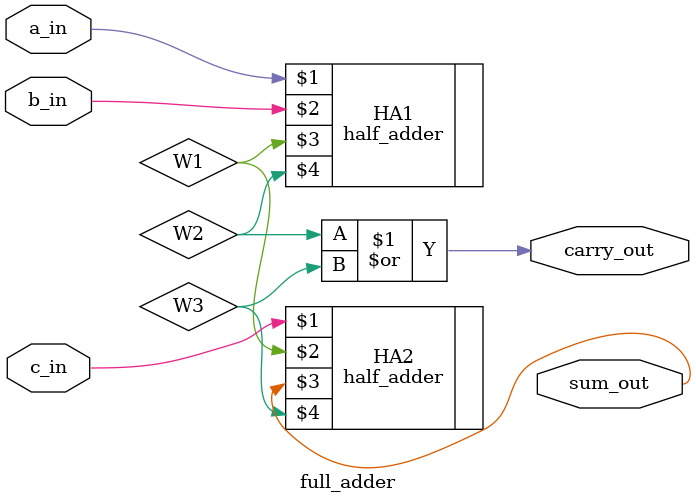
<source format=v>
/********************************************************************************************
Copyright 2019 - Maven Silicon Softech Pvt Ltd. 
 
All Rights Reserved.

This source code is an unpublished work belongs to Maven Silicon Softech Pvt Ltd.

It is not to be shared with or used by any third parties who have not enrolled for our paid training 

courses or received any written authorization from Maven Silicon.


Webpage     :      www.maven-silicon.com

Filename    :	   full_adder.v   

Description :      One bit Full adder Design

Author Name :      Susmita

Version     : 	   1.0
*********************************************************************************************/
`include "half_adder.v"

module full_adder(a_in,b_in,c_in,sum_out,carry_out);
   //Step1 : Write down the directions for the ports	      
   input a_in,b_in,c_in;
   output sum_out,carry_out;
   //Step2 : Declare the internal wires 
   wire W1,W2,W3; 
   //Step3 : Instantiate the Half-Adders using name-based port mapping			 
   half_adder HA1(a_in,b_in,W1,W2);
   half_adder HA2(c_in,W1,sum_out,W3);
   //Step4 : Instantiate the OR gate
   assign carry_out= W2 | W3;

endmodule

</source>
